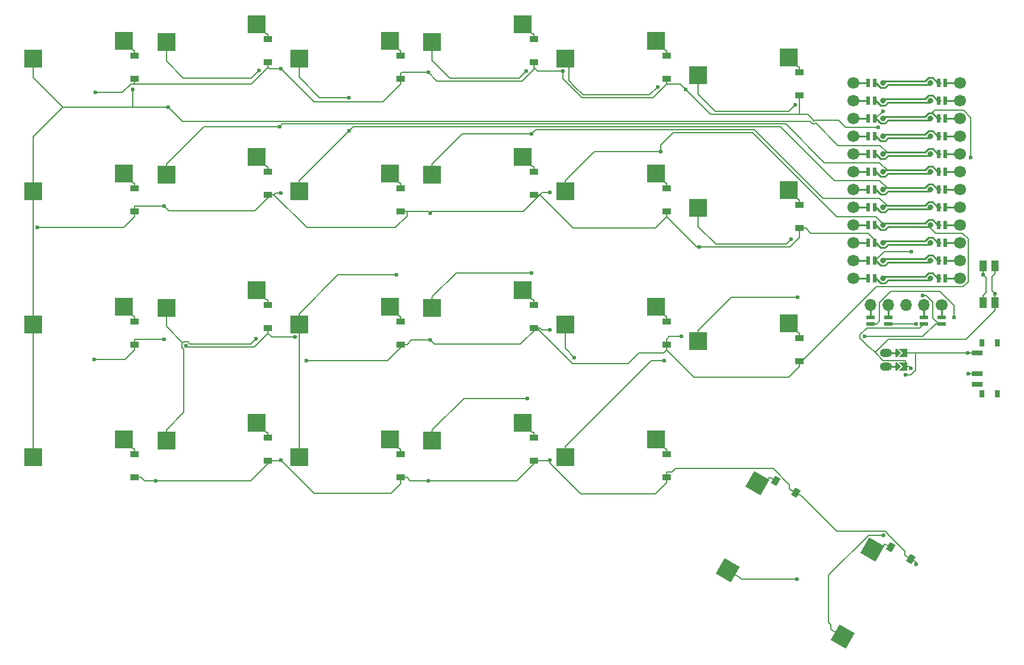
<source format=gbr>
%TF.GenerationSoftware,KiCad,Pcbnew,9.0.2*%
%TF.CreationDate,2025-06-15T23:24:52+08:00*%
%TF.ProjectId,eggada50_wireless_autorouted_manually_routed,65676761-6461-4353-905f-776972656c65,0.2*%
%TF.SameCoordinates,Original*%
%TF.FileFunction,Copper,L2,Bot*%
%TF.FilePolarity,Positive*%
%FSLAX46Y46*%
G04 Gerber Fmt 4.6, Leading zero omitted, Abs format (unit mm)*
G04 Created by KiCad (PCBNEW 9.0.2) date 2025-06-15 23:24:52*
%MOMM*%
%LPD*%
G01*
G04 APERTURE LIST*
G04 Aperture macros list*
%AMRotRect*
0 Rectangle, with rotation*
0 The origin of the aperture is its center*
0 $1 length*
0 $2 width*
0 $3 Rotation angle, in degrees counterclockwise*
0 Add horizontal line*
21,1,$1,$2,0,0,$3*%
%AMFreePoly0*
4,1,6,0.600000,-1.000000,0.000000,-0.400000,-0.600000,-1.000000,-0.600000,0.250000,0.600000,0.250000,0.600000,-1.000000,0.600000,-1.000000,$1*%
%AMFreePoly1*
4,1,6,0.600000,-0.200000,0.600000,-0.400000,-0.600000,-0.400000,-0.600000,-0.200000,0.000000,0.400000,0.600000,-0.200000,0.600000,-0.200000,$1*%
G04 Aperture macros list end*
%TA.AperFunction,SMDPad,CuDef*%
%ADD10R,0.800000X1.000000*%
%TD*%
%TA.AperFunction,SMDPad,CuDef*%
%ADD11R,1.500000X0.700000*%
%TD*%
%TA.AperFunction,ComponentPad*%
%ADD12O,1.700000X1.700000*%
%TD*%
%TA.AperFunction,ComponentPad*%
%ADD13C,1.700000*%
%TD*%
%TA.AperFunction,SMDPad,CuDef*%
%ADD14R,1.200000X0.600000*%
%TD*%
%TA.AperFunction,SMDPad,CuDef*%
%ADD15FreePoly0,270.000000*%
%TD*%
%TA.AperFunction,ComponentPad*%
%ADD16O,1.750000X1.200000*%
%TD*%
%TA.AperFunction,SMDPad,CuDef*%
%ADD17FreePoly1,270.000000*%
%TD*%
%TA.AperFunction,SMDPad,CuDef*%
%ADD18R,1.000000X1.550000*%
%TD*%
%TA.AperFunction,SMDPad,CuDef*%
%ADD19R,0.600000X1.200000*%
%TD*%
%TA.AperFunction,ComponentPad*%
%ADD20C,0.800000*%
%TD*%
%TA.AperFunction,SMDPad,CuDef*%
%ADD21R,2.550000X2.500000*%
%TD*%
%TA.AperFunction,SMDPad,CuDef*%
%ADD22RotRect,0.900000X1.200000X150.000000*%
%TD*%
%TA.AperFunction,SMDPad,CuDef*%
%ADD23R,1.200000X0.900000*%
%TD*%
%TA.AperFunction,SMDPad,CuDef*%
%ADD24RotRect,2.550000X2.500000X60.000000*%
%TD*%
%TA.AperFunction,ViaPad*%
%ADD25C,0.600000*%
%TD*%
%TA.AperFunction,Conductor*%
%ADD26C,0.200000*%
%TD*%
%TA.AperFunction,Conductor*%
%ADD27C,0.250000*%
%TD*%
G04 APERTURE END LIST*
D10*
%TO.P,PWR1,*%
%TO.N,*%
X228415000Y-81100000D03*
X228415000Y-88400000D03*
X230625000Y-81100000D03*
X230625000Y-88400000D03*
D11*
%TO.P,PWR1,1*%
%TO.N,BAT_P*%
X227765000Y-82500000D03*
%TO.P,PWR1,2*%
%TO.N,RAW*%
X227765000Y-85500000D03*
%TO.P,PWR1,3*%
%TO.N,N/C*%
X227765000Y-87000000D03*
%TD*%
D12*
%TO.P,DISP1,1*%
%TO.N,DISP1_1*%
X212567000Y-75700000D03*
%TO.P,DISP1,2*%
%TO.N,DISP1_2*%
X215107000Y-75700000D03*
%TO.P,DISP1,3*%
%TO.N,VCC*%
X217647000Y-75700000D03*
%TO.P,DISP1,4*%
%TO.N,DISP1_4*%
X220187000Y-75700000D03*
D13*
%TO.P,DISP1,5*%
%TO.N,DISP1_5*%
X222727000Y-75700000D03*
D14*
%TO.P,DISP1,20*%
%TO.N,CS*%
X222727000Y-78350000D03*
%TO.P,DISP1,21*%
%TO.N,GND*%
X220187000Y-78350000D03*
%TO.P,DISP1,22*%
%TO.N,SCL*%
X215107000Y-78350000D03*
%TO.P,DISP1,23*%
%TO.N,SDA*%
X212567000Y-78350000D03*
%TO.P,DISP1,24*%
%TO.N,DISP1_5*%
X222727000Y-77450000D03*
%TO.P,DISP1,25*%
%TO.N,DISP1_4*%
X220187000Y-77450000D03*
%TO.P,DISP1,26*%
%TO.N,DISP1_2*%
X215107000Y-77450000D03*
%TO.P,DISP1,27*%
%TO.N,DISP1_1*%
X212567000Y-77450000D03*
%TD*%
D15*
%TO.P,JST1,1*%
%TO.N,BAT_P*%
X217566000Y-82500000D03*
%TO.P,JST1,2*%
%TO.N,GND*%
X217566000Y-84500000D03*
D16*
%TO.P,JST1,11*%
%TO.N,JST1_1*%
X214750000Y-84500000D03*
%TO.P,JST1,12*%
%TO.N,JST1_2*%
X214750000Y-82500000D03*
D17*
%TO.P,JST1,31*%
%TO.N,JST1_1*%
X216550000Y-84500000D03*
%TO.P,JST1,32*%
%TO.N,JST1_2*%
X216550000Y-82500000D03*
%TD*%
D18*
%TO.P,RST1,1*%
%TO.N,GND*%
X230350000Y-70125000D03*
%TO.P,RST1,2*%
%TO.N,RST*%
X228650000Y-70125000D03*
%TO.P,RST1,3*%
%TO.N,GND*%
X230350000Y-75375000D03*
%TO.P,RST1,4*%
%TO.N,RST*%
X228650000Y-75375000D03*
%TD*%
D19*
%TO.P,MCU1,1*%
%TO.N,MCU1_1*%
X223184000Y-43920000D03*
D13*
X225324000Y-43920000D03*
D19*
%TO.P,MCU1,2*%
%TO.N,MCU1_2*%
X223184000Y-46460000D03*
D13*
X225324000Y-46460000D03*
D19*
%TO.P,MCU1,3*%
%TO.N,MCU1_3*%
X223184000Y-49000000D03*
D13*
X225324000Y-49000000D03*
D19*
%TO.P,MCU1,4*%
%TO.N,MCU1_4*%
X223184000Y-51540000D03*
D13*
X225324000Y-51540000D03*
D19*
%TO.P,MCU1,5*%
%TO.N,MCU1_5*%
X223184000Y-54080000D03*
D13*
X225324000Y-54080000D03*
D19*
%TO.P,MCU1,6*%
%TO.N,MCU1_6*%
X223184000Y-56620000D03*
D13*
X225324000Y-56620000D03*
D19*
%TO.P,MCU1,7*%
%TO.N,MCU1_7*%
X223184000Y-59160000D03*
D13*
X225324000Y-59160000D03*
D19*
%TO.P,MCU1,8*%
%TO.N,MCU1_8*%
X223184000Y-61700000D03*
D13*
X225324000Y-61700000D03*
D19*
%TO.P,MCU1,9*%
%TO.N,MCU1_9*%
X223184000Y-64240000D03*
D13*
X225324000Y-64240000D03*
D19*
%TO.P,MCU1,10*%
%TO.N,MCU1_10*%
X223184000Y-66780000D03*
D13*
X225324000Y-66780000D03*
D19*
%TO.P,MCU1,11*%
%TO.N,MCU1_11*%
X223184000Y-69320000D03*
D13*
X225324000Y-69320000D03*
D19*
%TO.P,MCU1,12*%
%TO.N,MCU1_12*%
X223184000Y-71860000D03*
D13*
X225324000Y-71860000D03*
%TO.P,MCU1,13*%
%TO.N,MCU1_13*%
X210084000Y-71860000D03*
D19*
X212224000Y-71860000D03*
D13*
%TO.P,MCU1,14*%
%TO.N,MCU1_14*%
X210084000Y-69320000D03*
D19*
X212224000Y-69320000D03*
D13*
%TO.P,MCU1,15*%
%TO.N,MCU1_15*%
X210084000Y-66780000D03*
D19*
X212224000Y-66780000D03*
D13*
%TO.P,MCU1,16*%
%TO.N,MCU1_16*%
X210084000Y-64240000D03*
D19*
X212224000Y-64240000D03*
D13*
%TO.P,MCU1,17*%
%TO.N,MCU1_17*%
X210084000Y-61700000D03*
D19*
X212224000Y-61700000D03*
D13*
%TO.P,MCU1,18*%
%TO.N,MCU1_18*%
X210084000Y-59160000D03*
D19*
X212224000Y-59160000D03*
D13*
%TO.P,MCU1,19*%
%TO.N,MCU1_19*%
X210084000Y-56620000D03*
D19*
X212224000Y-56620000D03*
D13*
%TO.P,MCU1,20*%
%TO.N,MCU1_20*%
X210084000Y-54080000D03*
D19*
X212224000Y-54080000D03*
D13*
%TO.P,MCU1,21*%
%TO.N,MCU1_21*%
X210084000Y-51540000D03*
D19*
X212224000Y-51540000D03*
D13*
%TO.P,MCU1,22*%
%TO.N,MCU1_22*%
X210084000Y-49000000D03*
D19*
X212224000Y-49000000D03*
D13*
%TO.P,MCU1,23*%
%TO.N,MCU1_23*%
X210084000Y-46460000D03*
D19*
X212224000Y-46460000D03*
D13*
%TO.P,MCU1,24*%
%TO.N,MCU1_24*%
X210084000Y-43920000D03*
D19*
X212224000Y-43920000D03*
%TO.P,MCU1,101*%
%TO.N,LED*%
X213124000Y-43920000D03*
D20*
X221104000Y-43920000D03*
D19*
%TO.P,MCU1,102*%
%TO.N,DAT*%
X213124000Y-46460000D03*
D20*
X221104000Y-46460000D03*
D19*
%TO.P,MCU1,103*%
%TO.N,GND*%
X213124000Y-49000000D03*
D20*
X221104000Y-49000000D03*
D19*
%TO.P,MCU1,104*%
X213124000Y-51540000D03*
D20*
X221104000Y-51540000D03*
D19*
%TO.P,MCU1,105*%
%TO.N,SDA*%
X213124000Y-54080000D03*
D20*
X221104000Y-54080000D03*
D19*
%TO.P,MCU1,106*%
%TO.N,SCL*%
X213124000Y-56620000D03*
D20*
X221104000Y-56620000D03*
D19*
%TO.P,MCU1,107*%
%TO.N,CS*%
X213124000Y-59160000D03*
D20*
X221104000Y-59160000D03*
D19*
%TO.P,MCU1,108*%
%TO.N,R0*%
X213124000Y-61700000D03*
D20*
X221104000Y-61700000D03*
D19*
%TO.P,MCU1,109*%
%TO.N,R1*%
X213124000Y-64240000D03*
D20*
X221104000Y-64240000D03*
D19*
%TO.P,MCU1,110*%
%TO.N,R2*%
X213124000Y-66780000D03*
D20*
X221104000Y-66780000D03*
D19*
%TO.P,MCU1,111*%
%TO.N,R3*%
X213124000Y-69320000D03*
D20*
X221104000Y-69320000D03*
D19*
%TO.P,MCU1,112*%
%TO.N,P9*%
X213124000Y-71860000D03*
D20*
X221104000Y-71860000D03*
%TO.P,MCU1,113*%
%TO.N,P10*%
X214304000Y-71860000D03*
D19*
X222284000Y-71860000D03*
D20*
%TO.P,MCU1,114*%
%TO.N,C6*%
X214304000Y-69320000D03*
D19*
X222284000Y-69320000D03*
D20*
%TO.P,MCU1,115*%
%TO.N,C5*%
X214304000Y-66780000D03*
D19*
X222284000Y-66780000D03*
D20*
%TO.P,MCU1,116*%
%TO.N,C4*%
X214304000Y-64240000D03*
D19*
X222284000Y-64240000D03*
D20*
%TO.P,MCU1,117*%
%TO.N,C3*%
X214304000Y-61700000D03*
D19*
X222284000Y-61700000D03*
D20*
%TO.P,MCU1,118*%
%TO.N,C2*%
X214304000Y-59160000D03*
D19*
X222284000Y-59160000D03*
D20*
%TO.P,MCU1,119*%
%TO.N,C1*%
X214304000Y-56620000D03*
D19*
X222284000Y-56620000D03*
D20*
%TO.P,MCU1,120*%
%TO.N,C0*%
X214304000Y-54080000D03*
D19*
X222284000Y-54080000D03*
D20*
%TO.P,MCU1,121*%
%TO.N,VCC*%
X214304000Y-51540000D03*
D19*
X222284000Y-51540000D03*
D20*
%TO.P,MCU1,122*%
%TO.N,RST*%
X214304000Y-49000000D03*
D19*
X222284000Y-49000000D03*
D20*
%TO.P,MCU1,123*%
%TO.N,GND*%
X214304000Y-46460000D03*
D19*
X222284000Y-46460000D03*
D20*
%TO.P,MCU1,124*%
%TO.N,RAW*%
X214304000Y-43920000D03*
D19*
X222284000Y-43920000D03*
%TD*%
D21*
%TO.P,S10,1*%
%TO.N,C2*%
X130915000Y-78460000D03*
%TO.P,S10,2*%
%TO.N,ring_bottom_B*%
X143842000Y-75920000D03*
%TD*%
%TO.P,S6,1*%
%TO.N,C1*%
X111915000Y-76085000D03*
%TO.P,S6,2*%
%TO.N,pinky_bottom_B*%
X124842000Y-73545000D03*
%TD*%
D22*
%TO.P,D24,1*%
%TO.N,R0*%
X201831442Y-102493900D03*
%TO.P,D24,2*%
%TO.N,tucky_default_B*%
X198973558Y-100843900D03*
%TD*%
D21*
%TO.P,S23,1*%
%TO.N,C5*%
X187915000Y-42835000D03*
%TO.P,S23,2*%
%TO.N,inner_top_B*%
X200842000Y-40295000D03*
%TD*%
%TO.P,S19,1*%
%TO.N,C4*%
X168915000Y-59460000D03*
%TO.P,S19,2*%
%TO.N,index_home_B*%
X181842000Y-56920000D03*
%TD*%
%TO.P,S20,1*%
%TO.N,C4*%
X168915000Y-40460000D03*
%TO.P,S20,2*%
%TO.N,index_top_B*%
X181842000Y-37920000D03*
%TD*%
D23*
%TO.P,D11,1*%
%TO.N,R2*%
X145400000Y-62325000D03*
%TO.P,D11,2*%
%TO.N,ring_home_B*%
X145400000Y-59025000D03*
%TD*%
%TO.P,D22,1*%
%TO.N,R2*%
X202400000Y-64700000D03*
%TO.P,D22,2*%
%TO.N,inner_home_B*%
X202400000Y-61400000D03*
%TD*%
D21*
%TO.P,S13,1*%
%TO.N,C3*%
X149915000Y-95085000D03*
%TO.P,S13,2*%
%TO.N,middle_mod_B*%
X162842000Y-92545000D03*
%TD*%
%TO.P,S11,1*%
%TO.N,C2*%
X130915000Y-59460000D03*
%TO.P,S11,2*%
%TO.N,ring_home_B*%
X143842000Y-56920000D03*
%TD*%
D23*
%TO.P,D17,1*%
%TO.N,R0*%
X183400000Y-100325000D03*
%TO.P,D17,2*%
%TO.N,index_mod_B*%
X183400000Y-97025000D03*
%TD*%
%TO.P,D9,1*%
%TO.N,R0*%
X145400000Y-100325000D03*
%TO.P,D9,2*%
%TO.N,ring_mod_B*%
X145400000Y-97025000D03*
%TD*%
%TO.P,D10,1*%
%TO.N,R1*%
X145400000Y-81325000D03*
%TO.P,D10,2*%
%TO.N,ring_bottom_B*%
X145400000Y-78025000D03*
%TD*%
%TO.P,D13,1*%
%TO.N,R0*%
X164400000Y-97950000D03*
%TO.P,D13,2*%
%TO.N,middle_mod_B*%
X164400000Y-94650000D03*
%TD*%
%TO.P,D16,1*%
%TO.N,R3*%
X164400000Y-40950000D03*
%TO.P,D16,2*%
%TO.N,middle_top_B*%
X164400000Y-37650000D03*
%TD*%
D21*
%TO.P,S4,1*%
%TO.N,C0*%
X92915000Y-40460000D03*
%TO.P,S4,2*%
%TO.N,outer_top_B*%
X105842000Y-37920000D03*
%TD*%
D23*
%TO.P,D5,1*%
%TO.N,R0*%
X126400000Y-97950000D03*
%TO.P,D5,2*%
%TO.N,pinky_mod_B*%
X126400000Y-94650000D03*
%TD*%
%TO.P,D14,1*%
%TO.N,R1*%
X164400000Y-78950000D03*
%TO.P,D14,2*%
%TO.N,middle_bottom_B*%
X164400000Y-75650000D03*
%TD*%
%TO.P,D2,1*%
%TO.N,R1*%
X107400000Y-81325000D03*
%TO.P,D2,2*%
%TO.N,outer_bottom_B*%
X107400000Y-78025000D03*
%TD*%
D21*
%TO.P,S17,1*%
%TO.N,C4*%
X168915000Y-97460000D03*
%TO.P,S17,2*%
%TO.N,index_mod_B*%
X181842000Y-94920000D03*
%TD*%
D23*
%TO.P,D20,1*%
%TO.N,R3*%
X183400000Y-43325000D03*
%TO.P,D20,2*%
%TO.N,index_top_B*%
X183400000Y-40025000D03*
%TD*%
%TO.P,D8,1*%
%TO.N,R3*%
X126400000Y-40950000D03*
%TO.P,D8,2*%
%TO.N,pinky_top_B*%
X126400000Y-37650000D03*
%TD*%
D21*
%TO.P,S16,1*%
%TO.N,C3*%
X149915000Y-38085000D03*
%TO.P,S16,2*%
%TO.N,middle_top_B*%
X162842000Y-35545000D03*
%TD*%
%TO.P,S1,1*%
%TO.N,C0*%
X92915000Y-97460000D03*
%TO.P,S1,2*%
%TO.N,outer_mod_B*%
X105842000Y-94920000D03*
%TD*%
%TO.P,S15,1*%
%TO.N,C3*%
X149915000Y-57085000D03*
%TO.P,S15,2*%
%TO.N,middle_home_B*%
X162842000Y-54545000D03*
%TD*%
D23*
%TO.P,D21,1*%
%TO.N,R1*%
X202400000Y-83700000D03*
%TO.P,D21,2*%
%TO.N,inner_bottom_B*%
X202400000Y-80400000D03*
%TD*%
D24*
%TO.P,S25,1*%
%TO.N,C6*%
X208562295Y-123105790D03*
%TO.P,S25,2*%
%TO.N,reachy_default_B*%
X212826091Y-110640680D03*
%TD*%
D23*
%TO.P,D18,1*%
%TO.N,R1*%
X183400000Y-81325000D03*
%TO.P,D18,2*%
%TO.N,index_bottom_B*%
X183400000Y-78025000D03*
%TD*%
%TO.P,D7,1*%
%TO.N,R2*%
X126400000Y-59950000D03*
%TO.P,D7,2*%
%TO.N,pinky_home_B*%
X126400000Y-56650000D03*
%TD*%
%TO.P,D19,1*%
%TO.N,R2*%
X183400000Y-62325000D03*
%TO.P,D19,2*%
%TO.N,index_home_B*%
X183400000Y-59025000D03*
%TD*%
%TO.P,D12,1*%
%TO.N,R3*%
X145400000Y-43325000D03*
%TO.P,D12,2*%
%TO.N,ring_top_B*%
X145400000Y-40025000D03*
%TD*%
D21*
%TO.P,S18,1*%
%TO.N,C4*%
X168915000Y-78460000D03*
%TO.P,S18,2*%
%TO.N,index_bottom_B*%
X181842000Y-75920000D03*
%TD*%
D24*
%TO.P,S24,1*%
%TO.N,C5*%
X192107795Y-113605790D03*
%TO.P,S24,2*%
%TO.N,tucky_default_B*%
X196371591Y-101140680D03*
%TD*%
D22*
%TO.P,D25,1*%
%TO.N,R0*%
X218285942Y-111993900D03*
%TO.P,D25,2*%
%TO.N,reachy_default_B*%
X215428058Y-110343900D03*
%TD*%
D21*
%TO.P,S8,1*%
%TO.N,C1*%
X111915000Y-38085000D03*
%TO.P,S8,2*%
%TO.N,pinky_top_B*%
X124842000Y-35545000D03*
%TD*%
%TO.P,S22,1*%
%TO.N,C5*%
X187915000Y-61835000D03*
%TO.P,S22,2*%
%TO.N,inner_home_B*%
X200842000Y-59295000D03*
%TD*%
D23*
%TO.P,D3,1*%
%TO.N,R2*%
X107400000Y-62325000D03*
%TO.P,D3,2*%
%TO.N,outer_home_B*%
X107400000Y-59025000D03*
%TD*%
D21*
%TO.P,S21,1*%
%TO.N,C5*%
X187915000Y-80835000D03*
%TO.P,S21,2*%
%TO.N,inner_bottom_B*%
X200842000Y-78295000D03*
%TD*%
D23*
%TO.P,D6,1*%
%TO.N,R1*%
X126400000Y-78950000D03*
%TO.P,D6,2*%
%TO.N,pinky_bottom_B*%
X126400000Y-75650000D03*
%TD*%
%TO.P,D23,1*%
%TO.N,R3*%
X202400000Y-45700000D03*
%TO.P,D23,2*%
%TO.N,inner_top_B*%
X202400000Y-42400000D03*
%TD*%
D21*
%TO.P,S12,1*%
%TO.N,C2*%
X130915000Y-40460000D03*
%TO.P,S12,2*%
%TO.N,ring_top_B*%
X143842000Y-37920000D03*
%TD*%
%TO.P,S5,1*%
%TO.N,C1*%
X111915000Y-95085000D03*
%TO.P,S5,2*%
%TO.N,pinky_mod_B*%
X124842000Y-92545000D03*
%TD*%
%TO.P,S14,1*%
%TO.N,C3*%
X149915000Y-76085000D03*
%TO.P,S14,2*%
%TO.N,middle_bottom_B*%
X162842000Y-73545000D03*
%TD*%
%TO.P,S2,1*%
%TO.N,C0*%
X92915000Y-78460000D03*
%TO.P,S2,2*%
%TO.N,outer_bottom_B*%
X105842000Y-75920000D03*
%TD*%
%TO.P,S9,1*%
%TO.N,C2*%
X130915000Y-97460000D03*
%TO.P,S9,2*%
%TO.N,ring_mod_B*%
X143842000Y-94920000D03*
%TD*%
%TO.P,S3,1*%
%TO.N,C0*%
X92915000Y-59460000D03*
%TO.P,S3,2*%
%TO.N,outer_home_B*%
X105842000Y-56920000D03*
%TD*%
D23*
%TO.P,D4,1*%
%TO.N,R3*%
X107400000Y-43325000D03*
%TO.P,D4,2*%
%TO.N,outer_top_B*%
X107400000Y-40025000D03*
%TD*%
D21*
%TO.P,S7,1*%
%TO.N,C1*%
X111915000Y-57085000D03*
%TO.P,S7,2*%
%TO.N,pinky_home_B*%
X124842000Y-54545000D03*
%TD*%
D23*
%TO.P,D15,1*%
%TO.N,R2*%
X164400000Y-59950000D03*
%TO.P,D15,2*%
%TO.N,middle_home_B*%
X164400000Y-56650000D03*
%TD*%
%TO.P,D1,1*%
%TO.N,R0*%
X107400000Y-100325000D03*
%TO.P,D1,2*%
%TO.N,outer_mod_B*%
X107400000Y-97025000D03*
%TD*%
D25*
%TO.N,C4*%
X170220000Y-83190000D03*
%TO.N,C0*%
X112218500Y-47380900D03*
X107085000Y-44829600D03*
%TO.N,GND*%
X218319700Y-84702000D03*
X214304000Y-47955000D03*
X230350000Y-74068600D03*
%TO.N,C1*%
X128091500Y-50163900D03*
X125123600Y-42187600D03*
X124757200Y-80479500D03*
%TO.N,C2*%
X138009300Y-46008300D03*
X138009300Y-50814000D03*
X144778800Y-71372700D03*
%TO.N,C3*%
X164085000Y-71098000D03*
X164085000Y-51234300D03*
X163358000Y-42200000D03*
X163542600Y-89033700D03*
%TO.N,C4*%
X183085000Y-83630100D03*
X182535000Y-53711700D03*
X182150800Y-44480900D03*
%TO.N,C5*%
X202027100Y-114880600D03*
X201769000Y-47082800D03*
X202085000Y-74555600D03*
X201202300Y-66312300D03*
%TO.N,C6*%
X214406200Y-108650800D03*
%TO.N,R0*%
X219084100Y-112751000D03*
X110429300Y-100807700D03*
X149327900Y-100807700D03*
X128320000Y-97864200D03*
X166712500Y-97864200D03*
%TO.N,R1*%
X185500000Y-80203200D03*
X101644300Y-83454000D03*
X130346800Y-80292500D03*
X114710200Y-81504500D03*
X111600000Y-80573300D03*
X149600000Y-80692500D03*
X166712500Y-79220700D03*
X131942900Y-83627300D03*
%TO.N,R2*%
X111600000Y-61573300D03*
X188064900Y-67360000D03*
X93493600Y-64621800D03*
X128320000Y-59702700D03*
X166712500Y-59598700D03*
X149600000Y-62542200D03*
%TO.N,R3*%
X186138800Y-44881200D03*
X213657700Y-50270000D03*
X128320000Y-41937700D03*
X168600000Y-42272200D03*
X149327900Y-42404700D03*
X218338900Y-68055000D03*
X101777700Y-45321300D03*
%TO.N,RAW*%
X226501700Y-85500000D03*
%TO.N,RST*%
X228650000Y-71401800D03*
X226877200Y-54637600D03*
%TO.N,SDA*%
X224509300Y-77423000D03*
%TO.N,SCL*%
X219030700Y-78350000D03*
%TO.N,CS*%
X211665300Y-80201100D03*
X219952500Y-74329700D03*
%TO.N,BAT_P*%
X226425800Y-82500000D03*
X217566000Y-85634000D03*
%TD*%
D26*
%TO.N,C4*%
X168915000Y-81885000D02*
X170220000Y-83190000D01*
X168915000Y-78460000D02*
X168915000Y-81885000D01*
%TO.N,R2*%
X149817200Y-62325000D02*
X149600000Y-62542200D01*
X162926700Y-62325000D02*
X149817200Y-62325000D01*
X149382800Y-62325000D02*
X149600000Y-62542200D01*
X146301700Y-62325000D02*
X149382800Y-62325000D01*
%TO.N,R0*%
X128234200Y-97950000D02*
X128320000Y-97864200D01*
X126400000Y-97950000D02*
X128234200Y-97950000D01*
X145400000Y-101226700D02*
X145400000Y-100325000D01*
X144017900Y-102608800D02*
X145400000Y-101226700D01*
X164400000Y-98400900D02*
X161993200Y-100807700D01*
X164400000Y-97950000D02*
X164400000Y-98400900D01*
X164400000Y-97950000D02*
X166626700Y-97950000D01*
X166626700Y-97950000D02*
X166712500Y-97864200D01*
%TO.N,C0*%
X203909000Y-49457600D02*
X204261800Y-49810400D01*
X92915000Y-78460000D02*
X92915000Y-97460000D01*
D27*
X214875800Y-53860000D02*
X214524000Y-53860000D01*
D26*
X114246300Y-49408700D02*
X200957100Y-49408700D01*
X200957100Y-49408700D02*
X200958600Y-49410200D01*
X214524000Y-53860000D02*
X214304000Y-54080000D01*
X112218500Y-47380900D02*
X107085000Y-47380900D01*
X97159500Y-47380900D02*
X92915000Y-43136400D01*
X213884300Y-52868500D02*
X214875800Y-53860000D01*
X204712200Y-49692700D02*
X207887900Y-52868500D01*
X112218500Y-47380900D02*
X114246300Y-49408700D01*
X203909000Y-49410200D02*
X203909000Y-49457600D01*
X92891900Y-61034800D02*
X92891900Y-76885200D01*
X92915000Y-51625400D02*
X92915000Y-59460000D01*
X107085000Y-47380900D02*
X107085000Y-44829600D01*
D27*
X222129000Y-54080000D02*
X221404000Y-53355000D01*
D26*
X92915000Y-43136400D02*
X92915000Y-40460000D01*
X92915000Y-59460000D02*
X92915000Y-61011700D01*
D27*
X221404000Y-53355000D02*
X220804000Y-53355000D01*
D26*
X204594500Y-49810400D02*
X204712200Y-49692700D01*
X207887900Y-52868500D02*
X213884300Y-52868500D01*
X200958600Y-49410200D02*
X203909000Y-49410200D01*
X92891900Y-76885200D02*
X92915000Y-76908300D01*
D27*
X222479000Y-54080000D02*
X222284000Y-54080000D01*
D26*
X97159500Y-47380900D02*
X92915000Y-51625400D01*
X92915000Y-78460000D02*
X92915000Y-76908300D01*
X204261800Y-49810400D02*
X204594500Y-49810400D01*
D27*
X220804000Y-53355000D02*
X220299000Y-53860000D01*
X220299000Y-53860000D02*
X214875800Y-53860000D01*
D26*
X107085000Y-47380900D02*
X97159500Y-47380900D01*
D27*
X222284000Y-54080000D02*
X222129000Y-54080000D01*
D26*
X92915000Y-61011700D02*
X92891900Y-61034800D01*
%TO.N,outer_mod_B*%
X107400000Y-96273300D02*
X107195300Y-96273300D01*
X107195300Y-96273300D02*
X105842000Y-94920000D01*
X107400000Y-97025000D02*
X107400000Y-96273300D01*
D27*
%TO.N,GND*%
X220299000Y-46240000D02*
X214524000Y-46240000D01*
D26*
X212450800Y-81762500D02*
X212343400Y-81762500D01*
X213240300Y-49000000D02*
X214285300Y-47955000D01*
X219575000Y-78962000D02*
X220187000Y-78350000D01*
D27*
X213279000Y-49000000D02*
X214004000Y-49725000D01*
D26*
X214286600Y-83598300D02*
X213175100Y-82486700D01*
X226198300Y-80603400D02*
X215058400Y-80603400D01*
X211034100Y-79953000D02*
X212025100Y-78962000D01*
X220874000Y-49230000D02*
X221104000Y-49000000D01*
X229894400Y-71657300D02*
X230350000Y-71201700D01*
X212025100Y-78962000D02*
X219575000Y-78962000D01*
D27*
X213124000Y-49000000D02*
X213240300Y-49000000D01*
D26*
X214524000Y-46240000D02*
X214304000Y-46460000D01*
D27*
X222284000Y-46460000D02*
X222129000Y-46460000D01*
X212929000Y-49000000D02*
X213124000Y-49000000D01*
X220804000Y-45735000D02*
X220299000Y-46240000D01*
X214004000Y-49725000D02*
X214604000Y-49725000D01*
X222479000Y-46460000D02*
X222284000Y-46460000D01*
X213240300Y-49000000D02*
X213279000Y-49000000D01*
D26*
X218117700Y-84500000D02*
X218319700Y-84702000D01*
D27*
X213279000Y-51540000D02*
X214004000Y-52265000D01*
D26*
X217566000Y-84500000D02*
X218117700Y-84500000D01*
D27*
X212929000Y-51540000D02*
X213124000Y-51540000D01*
D26*
X230350000Y-74068600D02*
X229894400Y-73613000D01*
D27*
X214004000Y-52265000D02*
X214604000Y-52265000D01*
D26*
X213175100Y-82486700D02*
X212450800Y-81762500D01*
D27*
X215099000Y-51770000D02*
X220874000Y-51770000D01*
D26*
X229894400Y-73613000D02*
X229894400Y-71657300D01*
X211034100Y-80453200D02*
X211034100Y-79953000D01*
X214285300Y-47955000D02*
X214304000Y-47955000D01*
D27*
X221404000Y-45735000D02*
X220804000Y-45735000D01*
X214604000Y-49725000D02*
X215099000Y-49230000D01*
D26*
X220874000Y-51770000D02*
X221104000Y-51540000D01*
X230350000Y-76451700D02*
X226198300Y-80603400D01*
D27*
X222129000Y-46460000D02*
X221404000Y-45735000D01*
X214604000Y-52265000D02*
X215099000Y-51770000D01*
D26*
X217566000Y-84500000D02*
X217566000Y-83598300D01*
X215058400Y-80603400D02*
X213175100Y-82486700D01*
X230350000Y-70125000D02*
X230350000Y-71201700D01*
X217566000Y-83598300D02*
X214286600Y-83598300D01*
X230350000Y-74068600D02*
X230350000Y-75375000D01*
X212343400Y-81762500D02*
X211034100Y-80453200D01*
X230350000Y-75375000D02*
X230350000Y-76451700D01*
D27*
X213124000Y-51540000D02*
X213279000Y-51540000D01*
X215099000Y-49230000D02*
X220874000Y-49230000D01*
D26*
%TO.N,outer_bottom_B*%
X107195300Y-77273300D02*
X105842000Y-75920000D01*
X107400000Y-77273300D02*
X107195300Y-77273300D01*
X107400000Y-78025000D02*
X107400000Y-77273300D01*
%TO.N,outer_home_B*%
X107400000Y-59025000D02*
X107400000Y-58273300D01*
X107400000Y-58273300D02*
X107195300Y-58273300D01*
X107195300Y-58273300D02*
X105842000Y-56920000D01*
%TO.N,outer_top_B*%
X107195300Y-39273300D02*
X105842000Y-37920000D01*
X107400000Y-39273300D02*
X107195300Y-39273300D01*
X107400000Y-40025000D02*
X107400000Y-39273300D01*
%TO.N,C1*%
X115289200Y-81232600D02*
X114959400Y-80902800D01*
X114959400Y-80902800D02*
X114461100Y-80902800D01*
X114461100Y-80902800D02*
X114266300Y-81097600D01*
X111915000Y-55533300D02*
X117284400Y-50163900D01*
X111915000Y-40824200D02*
X114328300Y-43237500D01*
X111915000Y-78746400D02*
X114266300Y-81097600D01*
X114266300Y-81097600D02*
X114108500Y-81255400D01*
D27*
X222479000Y-56620000D02*
X222284000Y-56620000D01*
X220804000Y-55895000D02*
X220299000Y-56400000D01*
X222284000Y-56620000D02*
X222129000Y-56620000D01*
D26*
X128091500Y-50163900D02*
X128445000Y-49810400D01*
X114108500Y-81753600D02*
X114402700Y-82047800D01*
X213825800Y-55350000D02*
X214875800Y-56400000D01*
X111915000Y-38085000D02*
X111915000Y-40824200D01*
X205967300Y-55350000D02*
X213825800Y-55350000D01*
X114402700Y-91045600D02*
X111915000Y-93533300D01*
D27*
X221404000Y-55895000D02*
X220804000Y-55895000D01*
X222129000Y-56620000D02*
X221404000Y-55895000D01*
D26*
X124073700Y-43237500D02*
X125123600Y-42187600D01*
X111915000Y-95085000D02*
X111915000Y-93533300D01*
X111915000Y-76085000D02*
X111915000Y-78746400D01*
X128445000Y-49810400D02*
X200427700Y-49810400D01*
X114328300Y-43237500D02*
X124073700Y-43237500D01*
X124004100Y-81232600D02*
X115289200Y-81232600D01*
X114402700Y-82047800D02*
X114402700Y-91045600D01*
X114108500Y-81255400D02*
X114108500Y-81753600D01*
X214524000Y-56400000D02*
X214304000Y-56620000D01*
D27*
X214875800Y-56400000D02*
X214524000Y-56400000D01*
D26*
X117284400Y-50163900D02*
X128091500Y-50163900D01*
X200427700Y-49810400D02*
X205967300Y-55350000D01*
X111915000Y-57085000D02*
X111915000Y-55533300D01*
D27*
X220299000Y-56400000D02*
X214875800Y-56400000D01*
D26*
X124757200Y-80479500D02*
X124004100Y-81232600D01*
%TO.N,pinky_mod_B*%
X126400000Y-94650000D02*
X126400000Y-93898300D01*
X126400000Y-93898300D02*
X126195300Y-93898300D01*
X126195300Y-93898300D02*
X124842000Y-92545000D01*
%TO.N,pinky_bottom_B*%
X126195300Y-74898300D02*
X124842000Y-73545000D01*
X126400000Y-74898300D02*
X126195300Y-74898300D01*
X126400000Y-75650000D02*
X126400000Y-74898300D01*
%TO.N,pinky_home_B*%
X126400000Y-56650000D02*
X126400000Y-55898300D01*
X126400000Y-55898300D02*
X126195300Y-55898300D01*
X126195300Y-55898300D02*
X124842000Y-54545000D01*
%TO.N,pinky_top_B*%
X126400000Y-37650000D02*
X126400000Y-36898300D01*
X126195300Y-36898300D02*
X124842000Y-35545000D01*
X126400000Y-36898300D02*
X126195300Y-36898300D01*
%TO.N,C2*%
X130915000Y-59460000D02*
X130915000Y-57908300D01*
D27*
X222284000Y-59160000D02*
X222129000Y-59160000D01*
D26*
X214524000Y-58940000D02*
X214304000Y-59160000D01*
X133804600Y-46008300D02*
X130915000Y-43118700D01*
X130915000Y-43118700D02*
X130915000Y-40460000D01*
D27*
X221404000Y-58435000D02*
X220804000Y-58435000D01*
D26*
X138611200Y-50212100D02*
X199693400Y-50212100D01*
D27*
X214875800Y-58940000D02*
X214524000Y-58940000D01*
D26*
X138009300Y-46008300D02*
X133804600Y-46008300D01*
D27*
X222479000Y-59160000D02*
X222284000Y-59160000D01*
D26*
X213825800Y-57890000D02*
X214875800Y-58940000D01*
X130915000Y-77684100D02*
X130915000Y-78460000D01*
X138009300Y-50814000D02*
X138611200Y-50212100D01*
D27*
X220299000Y-58940000D02*
X214875800Y-58940000D01*
D26*
X130915000Y-95908300D02*
X130948500Y-95874800D01*
X138009300Y-50814000D02*
X130915000Y-57908300D01*
X207371300Y-57890000D02*
X213825800Y-57890000D01*
X199693400Y-50212100D02*
X207371300Y-57890000D01*
X136450600Y-71372700D02*
X144778800Y-71372700D01*
X130915000Y-77684100D02*
X130915000Y-76908300D01*
X130948500Y-78493500D02*
X130915000Y-78460000D01*
D27*
X222129000Y-59160000D02*
X221404000Y-58435000D01*
D26*
X130915000Y-97460000D02*
X130915000Y-95908300D01*
X130915000Y-76908300D02*
X136450600Y-71372700D01*
D27*
X220804000Y-58435000D02*
X220299000Y-58940000D01*
D26*
X130948500Y-95874800D02*
X130948500Y-78493500D01*
%TO.N,ring_mod_B*%
X145195300Y-96273300D02*
X143842000Y-94920000D01*
X145400000Y-96273300D02*
X145195300Y-96273300D01*
X145400000Y-97025000D02*
X145400000Y-96273300D01*
%TO.N,ring_bottom_B*%
X145400000Y-77273300D02*
X145195300Y-77273300D01*
X145195300Y-77273300D02*
X143842000Y-75920000D01*
X145400000Y-78025000D02*
X145400000Y-77273300D01*
%TO.N,ring_home_B*%
X145400000Y-59025000D02*
X145400000Y-58273300D01*
X145400000Y-58273300D02*
X145195300Y-58273300D01*
X145195300Y-58273300D02*
X143842000Y-56920000D01*
%TO.N,ring_top_B*%
X145400000Y-39273300D02*
X145195300Y-39273300D01*
X145195300Y-39273300D02*
X143842000Y-37920000D01*
X145400000Y-40025000D02*
X145400000Y-39273300D01*
D27*
%TO.N,C3*%
X222284000Y-61700000D02*
X222129000Y-61700000D01*
D26*
X149915000Y-40753300D02*
X152429700Y-43268000D01*
X154214000Y-51234300D02*
X164085000Y-51234300D01*
X149915000Y-76085000D02*
X149915000Y-74533300D01*
X149915000Y-95085000D02*
X149915000Y-93533300D01*
D27*
X220299000Y-61480000D02*
X214875800Y-61480000D01*
D26*
X152429700Y-43268000D02*
X162290000Y-43268000D01*
D27*
X221404000Y-60975000D02*
X220804000Y-60975000D01*
D26*
X164085000Y-51234300D02*
X164705500Y-50613800D01*
X149915000Y-57085000D02*
X149915000Y-55533300D01*
X205770100Y-60430000D02*
X213825800Y-60430000D01*
D27*
X222479000Y-61700000D02*
X222284000Y-61700000D01*
D26*
X153350300Y-71098000D02*
X149915000Y-74533300D01*
D27*
X220804000Y-60975000D02*
X220299000Y-61480000D01*
D26*
X149915000Y-93533300D02*
X154414600Y-89033700D01*
X214524000Y-61480000D02*
X214304000Y-61700000D01*
X213825800Y-60430000D02*
X214875800Y-61480000D01*
D27*
X222129000Y-61700000D02*
X221404000Y-60975000D01*
D26*
X149915000Y-55533300D02*
X154214000Y-51234300D01*
X195953900Y-50613800D02*
X205770100Y-60430000D01*
X164705500Y-50613800D02*
X195953900Y-50613800D01*
X149915000Y-38085000D02*
X149915000Y-40753300D01*
X162290000Y-43268000D02*
X163358000Y-42200000D01*
X154414600Y-89033700D02*
X163542600Y-89033700D01*
X164085000Y-71098000D02*
X153350300Y-71098000D01*
D27*
X214875800Y-61480000D02*
X214524000Y-61480000D01*
D26*
%TO.N,middle_mod_B*%
X164400000Y-93898300D02*
X164195300Y-93898300D01*
X164400000Y-94650000D02*
X164400000Y-93898300D01*
X164195300Y-93898300D02*
X162842000Y-92545000D01*
%TO.N,middle_bottom_B*%
X164400000Y-75650000D02*
X164400000Y-74898300D01*
X164400000Y-74898300D02*
X164195300Y-74898300D01*
X164195300Y-74898300D02*
X162842000Y-73545000D01*
%TO.N,middle_home_B*%
X164195300Y-55898300D02*
X162842000Y-54545000D01*
X164400000Y-56650000D02*
X164400000Y-55898300D01*
X164400000Y-55898300D02*
X164195300Y-55898300D01*
%TO.N,middle_top_B*%
X164195300Y-36898300D02*
X162842000Y-35545000D01*
X164400000Y-36898300D02*
X164195300Y-36898300D01*
X164400000Y-37650000D02*
X164400000Y-36898300D01*
D27*
%TO.N,C4*%
X220299000Y-64020000D02*
X214524000Y-64020000D01*
X221404000Y-63515000D02*
X220804000Y-63515000D01*
D26*
X169418300Y-43622000D02*
X170298000Y-44501700D01*
D27*
X222129000Y-64240000D02*
X221404000Y-63515000D01*
D26*
X195686900Y-51015500D02*
X207718000Y-63046600D01*
X183085000Y-83630200D02*
X183085000Y-83630100D01*
X214304000Y-64090200D02*
X214304000Y-64240000D01*
X180991500Y-45640200D02*
X182150800Y-44480900D01*
X214524000Y-64020000D02*
X214304000Y-64240000D01*
X181193100Y-83630200D02*
X183085000Y-83630200D01*
X182535000Y-52848200D02*
X184367700Y-51015500D01*
X182535000Y-53711700D02*
X182535000Y-52848200D01*
X171436600Y-45640200D02*
X180991500Y-45640200D01*
X168915000Y-97460000D02*
X168915000Y-95908300D01*
D27*
X222284000Y-64240000D02*
X222129000Y-64240000D01*
D26*
X213260400Y-63046600D02*
X214304000Y-64090200D01*
X168915000Y-57908300D02*
X173111600Y-53711700D01*
X168915000Y-95908300D02*
X181193100Y-83630200D01*
X168915000Y-40460000D02*
X169418300Y-40963300D01*
X169418300Y-40963300D02*
X169418300Y-43622000D01*
X170298000Y-44501700D02*
X170298100Y-44501700D01*
D27*
X222479000Y-64240000D02*
X222284000Y-64240000D01*
X220804000Y-63515000D02*
X220299000Y-64020000D01*
D26*
X170298100Y-44501700D02*
X171436600Y-45640200D01*
X207718000Y-63046600D02*
X213260400Y-63046600D01*
X184367700Y-51015500D02*
X195686900Y-51015500D01*
X168915000Y-59460000D02*
X168915000Y-57908300D01*
X173111600Y-53711700D02*
X182535000Y-53711700D01*
%TO.N,index_mod_B*%
X183400000Y-96273300D02*
X183195300Y-96273300D01*
X183400000Y-97025000D02*
X183400000Y-96273300D01*
X183195300Y-96273300D02*
X181842000Y-94920000D01*
%TO.N,index_bottom_B*%
X183400000Y-77273300D02*
X183195300Y-77273300D01*
X183195300Y-77273300D02*
X181842000Y-75920000D01*
X183400000Y-78025000D02*
X183400000Y-77273300D01*
%TO.N,index_home_B*%
X183400000Y-58273300D02*
X183195300Y-58273300D01*
X183195300Y-58273300D02*
X181842000Y-56920000D01*
X183400000Y-59025000D02*
X183400000Y-58273300D01*
%TO.N,index_top_B*%
X183195300Y-39273300D02*
X181842000Y-37920000D01*
X183400000Y-39273300D02*
X183195300Y-39273300D01*
X183400000Y-40025000D02*
X183400000Y-39273300D01*
D27*
%TO.N,C5*%
X221404000Y-66055000D02*
X220804000Y-66055000D01*
D26*
X200530400Y-66984200D02*
X201202300Y-66312300D01*
X193817500Y-114593000D02*
X194105100Y-114880600D01*
D27*
X222479000Y-66780000D02*
X222284000Y-66780000D01*
X220804000Y-66055000D02*
X220299000Y-66560000D01*
D26*
X187915000Y-42835000D02*
X187915000Y-45529800D01*
X187915000Y-64493700D02*
X190405500Y-66984200D01*
X200852900Y-47998900D02*
X201769000Y-47082800D01*
X187915000Y-45529800D02*
X190384100Y-47998900D01*
D27*
X222129000Y-66780000D02*
X221404000Y-66055000D01*
D26*
X187915000Y-80835000D02*
X187915000Y-79283300D01*
X187915000Y-61835000D02*
X187915000Y-64493700D01*
X192107800Y-113605800D02*
X193817500Y-114593000D01*
X194105100Y-114880600D02*
X202027100Y-114880600D01*
X192642700Y-74555600D02*
X187915000Y-79283300D01*
D27*
X222284000Y-66780000D02*
X222129000Y-66780000D01*
D26*
X190405500Y-66984200D02*
X200530400Y-66984200D01*
D27*
X220299000Y-66560000D02*
X214524000Y-66560000D01*
D26*
X214524000Y-66560000D02*
X214304000Y-66780000D01*
X190384100Y-47998900D02*
X200852900Y-47998900D01*
X202085000Y-74555600D02*
X192642700Y-74555600D01*
%TO.N,inner_bottom_B*%
X202400000Y-80400000D02*
X202400000Y-79648300D01*
X202400000Y-79648300D02*
X202195300Y-79648300D01*
X202195300Y-79648300D02*
X200842000Y-78295000D01*
%TO.N,inner_home_B*%
X202195300Y-60648300D02*
X200842000Y-59295000D01*
X202400000Y-61400000D02*
X202400000Y-60648300D01*
X202400000Y-60648300D02*
X202195300Y-60648300D01*
%TO.N,inner_top_B*%
X202195300Y-41648300D02*
X200842000Y-40295000D01*
X202400000Y-42400000D02*
X202400000Y-41648300D01*
X202400000Y-41648300D02*
X202195300Y-41648300D01*
%TO.N,tucky_default_B*%
X196668400Y-100843900D02*
X196371600Y-101140700D01*
X198113300Y-100347200D02*
X197616600Y-100843900D01*
X197616600Y-100843900D02*
X196668400Y-100843900D01*
X198973600Y-100843900D02*
X198113300Y-100347200D01*
D27*
%TO.N,C6*%
X221404000Y-68595000D02*
X220804000Y-68595000D01*
X220804000Y-68595000D02*
X220299000Y-69100000D01*
D26*
X206852600Y-122118600D02*
X206852600Y-121396100D01*
D27*
X220299000Y-69100000D02*
X214524000Y-69100000D01*
X222479000Y-69320000D02*
X222284000Y-69320000D01*
D26*
X206852600Y-121396100D02*
X206528800Y-121072300D01*
D27*
X222284000Y-69320000D02*
X222129000Y-69320000D01*
D26*
X214341500Y-108586100D02*
X214406200Y-108650800D01*
X212256200Y-108586100D02*
X214341500Y-108586100D01*
X214524000Y-69100000D02*
X214304000Y-69320000D01*
D27*
X222129000Y-69320000D02*
X221404000Y-68595000D01*
D26*
X206528800Y-114313500D02*
X212256200Y-108586100D01*
X208562300Y-123105800D02*
X206852600Y-122118600D01*
X206528800Y-121072300D02*
X206528800Y-114313500D01*
%TO.N,reachy_default_B*%
X213122900Y-110343900D02*
X212826100Y-110640700D01*
X214071100Y-110343900D02*
X213122900Y-110343900D01*
X215428100Y-110343900D02*
X214567800Y-109847200D01*
X214567800Y-109847200D02*
X214071100Y-110343900D01*
%TO.N,R0*%
X183400000Y-99949100D02*
X183400000Y-99573300D01*
X184151700Y-99573300D02*
X183400000Y-99573300D01*
X214606600Y-108049100D02*
X214589100Y-108031600D01*
X110429300Y-100807700D02*
X108784400Y-100807700D01*
D27*
X214004000Y-62425000D02*
X214604000Y-62425000D01*
D26*
X161993200Y-100807700D02*
X149327900Y-100807700D01*
X201831400Y-102493900D02*
X202691700Y-102990600D01*
D27*
X215099000Y-61930000D02*
X220874000Y-61930000D01*
D26*
X107400000Y-100325000D02*
X108301700Y-100325000D01*
X133064600Y-102608800D02*
X128320000Y-97864200D01*
X217425700Y-111497200D02*
X217425700Y-110868200D01*
D27*
X214604000Y-62425000D02*
X215099000Y-61930000D01*
D26*
X166712500Y-98265600D02*
X166712500Y-97864200D01*
X145400000Y-100325000D02*
X146301700Y-100325000D01*
X219085200Y-112749900D02*
X219084100Y-112751000D01*
X171102300Y-102655400D02*
X166712500Y-98265600D01*
X144017900Y-102608800D02*
X133064600Y-102608800D01*
X146784400Y-100807700D02*
X146301700Y-100325000D01*
X219085200Y-112551600D02*
X219085200Y-112749900D01*
X200971200Y-101997200D02*
X200971200Y-101405900D01*
X108784400Y-100807700D02*
X108301700Y-100325000D01*
X183400000Y-100325000D02*
X183400000Y-101076700D01*
X218285900Y-111993900D02*
X219146200Y-112490600D01*
X218285900Y-111993900D02*
X217425700Y-111497200D01*
X215007900Y-108401600D02*
X214655400Y-108049100D01*
X201831400Y-102493900D02*
X200971200Y-101997200D01*
X123993200Y-100807700D02*
X110429300Y-100807700D01*
X149327900Y-100807700D02*
X146784400Y-100807700D01*
X198623700Y-99058400D02*
X184666600Y-99058400D01*
X183400000Y-101076700D02*
X181821300Y-102655400D01*
X219146200Y-112490600D02*
X219085200Y-112551600D01*
X183400000Y-99949100D02*
X183400000Y-100325000D01*
X181821300Y-102655400D02*
X171102300Y-102655400D01*
D27*
X213279000Y-61700000D02*
X214004000Y-62425000D01*
D26*
X207732700Y-108031600D02*
X202691700Y-102990600D01*
X126850900Y-97950000D02*
X123993200Y-100807700D01*
X184666600Y-99058400D02*
X184151700Y-99573300D01*
X215007900Y-108450400D02*
X215007900Y-108401600D01*
D27*
X213124000Y-61700000D02*
X213279000Y-61700000D01*
D26*
X200971200Y-101405900D02*
X198623700Y-99058400D01*
D27*
X212929000Y-61700000D02*
X213124000Y-61700000D01*
D26*
X214589100Y-108031600D02*
X207732700Y-108031600D01*
X214655400Y-108049100D02*
X214606600Y-108049100D01*
X217425700Y-110868200D02*
X215007900Y-108450400D01*
X220874000Y-61930000D02*
X221104000Y-61700000D01*
%TO.N,R1*%
X107400000Y-82076700D02*
X106022700Y-83454000D01*
X182975000Y-82501700D02*
X183400000Y-82076700D01*
X225725200Y-73091000D02*
X226475700Y-72340500D01*
X183770100Y-80203200D02*
X183400000Y-80573300D01*
X106022700Y-83454000D02*
X101644300Y-83454000D01*
X145850900Y-81325000D02*
X146301700Y-81325000D01*
X124438800Y-81662900D02*
X126400000Y-79701700D01*
X202400000Y-84075800D02*
X202400000Y-84451700D01*
X165572400Y-79220700D02*
X165301700Y-78950000D01*
X179431700Y-82501800D02*
X179431700Y-82501700D01*
X130346800Y-80292500D02*
X126990800Y-80292500D01*
X226475700Y-72340500D02*
X226475700Y-66228800D01*
X107400000Y-81325000D02*
X107400000Y-82076700D01*
X200865900Y-85985800D02*
X187309100Y-85985800D01*
X162509900Y-81291000D02*
X150198500Y-81291000D01*
X221837400Y-65433400D02*
X220874000Y-64470000D01*
X202400000Y-84451700D02*
X200865900Y-85985800D01*
X146301700Y-81325000D02*
X146934200Y-80692500D01*
X143548600Y-83627300D02*
X131942900Y-83627300D01*
X202400000Y-84075800D02*
X213384800Y-73091000D01*
X179431700Y-82501700D02*
X182975000Y-82501700D01*
X145850900Y-81325000D02*
X143548600Y-83627300D01*
X220874000Y-64470000D02*
X221104000Y-64240000D01*
X107400000Y-80573300D02*
X111600000Y-80573300D01*
X166712500Y-79220700D02*
X165572400Y-79220700D01*
X183400000Y-81325000D02*
X183400000Y-82076700D01*
X164850900Y-78950000D02*
X165301700Y-78950000D01*
X213384800Y-73091000D02*
X225725200Y-73091000D01*
X146934200Y-80692500D02*
X149600000Y-80692500D01*
X114868600Y-81662900D02*
X124438800Y-81662900D01*
D27*
X215099000Y-64470000D02*
X220874000Y-64470000D01*
X214004000Y-64965000D02*
X214604000Y-64965000D01*
D26*
X145400000Y-81325000D02*
X145850900Y-81325000D01*
D27*
X213279000Y-64240000D02*
X214004000Y-64965000D01*
D26*
X114710200Y-81504500D02*
X114868600Y-81662900D01*
D27*
X213124000Y-64240000D02*
X213279000Y-64240000D01*
D26*
X177901700Y-84031800D02*
X179431700Y-82501800D01*
X202400000Y-83700000D02*
X202400000Y-84075800D01*
X226475700Y-66228800D02*
X225680300Y-65433400D01*
X150198500Y-81291000D02*
X149600000Y-80692500D01*
D27*
X212929000Y-64240000D02*
X213124000Y-64240000D01*
D26*
X183400000Y-81325000D02*
X183400000Y-80573300D01*
X164850900Y-78950000D02*
X169932700Y-84031800D01*
X187309100Y-85985800D02*
X183400000Y-82076700D01*
X126400000Y-78950000D02*
X126400000Y-79701700D01*
X107400000Y-81325000D02*
X107400000Y-80573300D01*
X126990800Y-80292500D02*
X126400000Y-79701700D01*
X225680300Y-65433400D02*
X221837400Y-65433400D01*
X164850900Y-78950000D02*
X162509900Y-81291000D01*
X164400000Y-78950000D02*
X164850900Y-78950000D01*
X169932700Y-84031800D02*
X177901700Y-84031800D01*
D27*
X214604000Y-64965000D02*
X215099000Y-64470000D01*
D26*
X185500000Y-80203200D02*
X183770100Y-80203200D01*
D27*
%TO.N,R2*%
X212929000Y-66780000D02*
X213124000Y-66780000D01*
D26*
X131971200Y-64619500D02*
X127301700Y-59950000D01*
X165301700Y-59950000D02*
X162926700Y-62325000D01*
X202400000Y-64700000D02*
X203301700Y-64700000D01*
X220874000Y-67010000D02*
X221104000Y-66780000D01*
X188064900Y-67360000D02*
X188090800Y-67385900D01*
X164400000Y-59950000D02*
X165301700Y-59950000D01*
X204008500Y-65406800D02*
X203301700Y-64700000D01*
X126400000Y-59950000D02*
X126850900Y-59950000D01*
X183400000Y-63076700D02*
X187683300Y-67360000D01*
X166712500Y-59598700D02*
X165653000Y-59598700D01*
X107400000Y-61573300D02*
X111600000Y-61573300D01*
X212185100Y-65406800D02*
X204008500Y-65406800D01*
X126850900Y-59950000D02*
X127301700Y-59950000D01*
D27*
X213124000Y-66780000D02*
X213162800Y-66780000D01*
D26*
X165653000Y-59598700D02*
X165301700Y-59950000D01*
X107400000Y-62325000D02*
X107400000Y-63076700D01*
X145400000Y-62325000D02*
X146301700Y-62325000D01*
D27*
X213162800Y-66780000D02*
X213279000Y-66780000D01*
X213279000Y-66780000D02*
X214004000Y-67505000D01*
D26*
X126850900Y-59950000D02*
X124551800Y-62249100D01*
X201033800Y-67385900D02*
X202400000Y-66019700D01*
X107400000Y-62175000D02*
X107400000Y-61573300D01*
X202400000Y-66019700D02*
X202400000Y-64700000D01*
X124551800Y-62249100D02*
X112275800Y-62249100D01*
D27*
X214004000Y-67505000D02*
X214604000Y-67505000D01*
D26*
X165301700Y-59950000D02*
X170003100Y-64651400D01*
X170003100Y-64651400D02*
X181825300Y-64651400D01*
D27*
X214604000Y-67505000D02*
X215099000Y-67010000D01*
D26*
X128320000Y-59702700D02*
X127549000Y-59702700D01*
X146301700Y-62952000D02*
X144634200Y-64619500D01*
X112275800Y-62249100D02*
X111600000Y-61573300D01*
X105854900Y-64621800D02*
X93493600Y-64621800D01*
X183400000Y-62325000D02*
X183400000Y-63076700D01*
X188090800Y-67385900D02*
X201033800Y-67385900D01*
X213162800Y-66384500D02*
X212185100Y-65406800D01*
X187683300Y-67360000D02*
X188064900Y-67360000D01*
X107400000Y-62175000D02*
X107400000Y-62325000D01*
X181825300Y-64651400D02*
X183400000Y-63076700D01*
X146301700Y-62325000D02*
X146301700Y-62542200D01*
X144634200Y-64619500D02*
X131971200Y-64619500D01*
X127549000Y-59702700D02*
X127301700Y-59950000D01*
X146301700Y-62542200D02*
X146301700Y-62952000D01*
D27*
X215099000Y-67010000D02*
X220874000Y-67010000D01*
D26*
X107400000Y-63076700D02*
X105854900Y-64621800D01*
X213162800Y-66780000D02*
X213162800Y-66384500D01*
D27*
%TO.N,R3*%
X214604000Y-70045000D02*
X215099000Y-69550000D01*
X213279000Y-69320000D02*
X213296500Y-69337500D01*
D26*
X145400000Y-42949100D02*
X145400000Y-42573300D01*
X183400000Y-43325000D02*
X183400000Y-43700800D01*
X105587500Y-45321300D02*
X101777700Y-45321300D01*
X220874000Y-69550000D02*
X221104000Y-69320000D01*
X145400000Y-43325000D02*
X145400000Y-44076700D01*
X168600000Y-43371700D02*
X171270300Y-46042000D01*
X149327900Y-42404700D02*
X150592900Y-43669700D01*
X204569600Y-49267300D02*
X207931100Y-49267300D01*
D27*
X212929000Y-69320000D02*
X213124000Y-69320000D01*
D26*
X126400000Y-40950000D02*
X126400000Y-41701700D01*
X142865700Y-46611000D02*
X132993300Y-46611000D01*
X145400000Y-44076700D02*
X142865700Y-46611000D01*
X126400000Y-41762100D02*
X126400000Y-41701700D01*
X107400000Y-44076700D02*
X124085400Y-44076700D01*
X128320000Y-41937700D02*
X126636000Y-41937700D01*
X183400000Y-44082600D02*
X183400000Y-43700800D01*
X107400000Y-43325000D02*
X107400000Y-44076700D01*
X213296500Y-69247800D02*
X214489300Y-68055000D01*
X189706700Y-48449100D02*
X202400000Y-48449100D01*
X164400000Y-40950000D02*
X164400000Y-41701700D01*
X149327900Y-42404700D02*
X145568600Y-42404700D01*
D27*
X214004000Y-70045000D02*
X214604000Y-70045000D01*
D26*
X124085400Y-44076700D02*
X126400000Y-41762100D01*
X145400000Y-42949100D02*
X145400000Y-43325000D01*
X107400000Y-44076700D02*
X106832100Y-44076700D01*
X185340200Y-44082600D02*
X186138800Y-44881200D01*
D27*
X213124000Y-69320000D02*
X213279000Y-69320000D01*
D26*
X168600000Y-42272200D02*
X164970500Y-42272200D01*
X126636000Y-41937700D02*
X126400000Y-41701700D01*
X202400000Y-46451700D02*
X202400000Y-48449100D01*
X214489300Y-68055000D02*
X218338900Y-68055000D01*
D27*
X215099000Y-69550000D02*
X220874000Y-69550000D01*
D26*
X204310700Y-49220600D02*
X204310700Y-49291300D01*
X171270300Y-46042000D02*
X181440600Y-46042000D01*
X181440600Y-46042000D02*
X183400000Y-44082600D01*
X150592900Y-43669700D02*
X162739200Y-43669700D01*
X204310700Y-49291300D02*
X204428100Y-49408700D01*
X168600000Y-42272200D02*
X168600000Y-43371700D01*
X186138800Y-44881200D02*
X189706700Y-48449100D01*
X162739200Y-43669700D02*
X164400000Y-42008900D01*
X132993300Y-46611000D02*
X128320000Y-41937700D01*
X202400000Y-48449100D02*
X203539200Y-48449100D01*
X203539200Y-48449100D02*
X204310700Y-49220600D01*
X164970500Y-42272200D02*
X164400000Y-41701700D01*
X106832100Y-44076700D02*
X105587500Y-45321300D01*
X207931100Y-49267300D02*
X208933800Y-50270000D01*
X204428100Y-49408700D02*
X204428200Y-49408700D01*
D27*
X213296500Y-69337500D02*
X214004000Y-70045000D01*
D26*
X213296500Y-69337500D02*
X213296500Y-69247800D01*
X145568600Y-42404700D02*
X145400000Y-42573300D01*
X204428200Y-49408700D02*
X204569600Y-49267300D01*
X164400000Y-42008900D02*
X164400000Y-41701700D01*
X202400000Y-45700000D02*
X202400000Y-46451700D01*
X183400000Y-44082600D02*
X185340200Y-44082600D01*
X208933800Y-50270000D02*
X213657700Y-50270000D01*
D27*
%TO.N,RAW*%
X222284000Y-43920000D02*
X222129000Y-43920000D01*
X222129000Y-43920000D02*
X221404000Y-43195000D01*
X222479000Y-43920000D02*
X222284000Y-43920000D01*
D26*
X227765000Y-85500000D02*
X226501700Y-85500000D01*
D27*
X220299000Y-43700000D02*
X214524000Y-43700000D01*
X221404000Y-43195000D02*
X220804000Y-43195000D01*
D26*
X214524000Y-43700000D02*
X214304000Y-43920000D01*
D27*
X220804000Y-43195000D02*
X220299000Y-43700000D01*
%TO.N,RST*%
X221245100Y-48275000D02*
X220804000Y-48275000D01*
X220299000Y-48780000D02*
X214524000Y-48780000D01*
D26*
X225811500Y-47830700D02*
X226877200Y-48896400D01*
X214524000Y-48780000D02*
X214304000Y-49000000D01*
X229075000Y-71826800D02*
X228650000Y-71401800D01*
X228650000Y-70663300D02*
X228650000Y-71401800D01*
D27*
X220804000Y-48275000D02*
X220299000Y-48780000D01*
X222129000Y-49000000D02*
X221404000Y-48275000D01*
D26*
X228650000Y-70125000D02*
X228650000Y-70663300D01*
D27*
X222479000Y-49000000D02*
X222284000Y-49000000D01*
D26*
X229075000Y-73873300D02*
X229075000Y-71826800D01*
X221245100Y-48275000D02*
X221689400Y-47830700D01*
D27*
X221404000Y-48275000D02*
X221245100Y-48275000D01*
D26*
X228650000Y-74298300D02*
X229075000Y-73873300D01*
X221689400Y-47830700D02*
X225811500Y-47830700D01*
D27*
X222284000Y-49000000D02*
X222129000Y-49000000D01*
D26*
X228650000Y-75375000D02*
X228650000Y-74298300D01*
X226877200Y-48896400D02*
X226877200Y-54637600D01*
D27*
%TO.N,VCC*%
X221404000Y-50815000D02*
X220804000Y-50815000D01*
X220299000Y-51320000D02*
X214524000Y-51320000D01*
X222284000Y-51540000D02*
X222129000Y-51540000D01*
X222479000Y-51540000D02*
X222284000Y-51540000D01*
X220804000Y-50815000D02*
X220299000Y-51320000D01*
X222129000Y-51540000D02*
X221404000Y-50815000D01*
D26*
X214524000Y-51320000D02*
X214304000Y-51540000D01*
%TO.N,P10*%
X214524000Y-71640000D02*
X214304000Y-71860000D01*
D27*
X220804000Y-71135000D02*
X220299000Y-71640000D01*
X222479000Y-71860000D02*
X222284000Y-71860000D01*
X221404000Y-71135000D02*
X220804000Y-71135000D01*
X220299000Y-71640000D02*
X214524000Y-71640000D01*
X222284000Y-71860000D02*
X222129000Y-71860000D01*
X222129000Y-71860000D02*
X221404000Y-71135000D01*
%TO.N,LED*%
X214004000Y-44645000D02*
X214604000Y-44645000D01*
X213279000Y-43920000D02*
X214004000Y-44645000D01*
X213124000Y-43920000D02*
X213279000Y-43920000D01*
X212929000Y-43920000D02*
X213124000Y-43920000D01*
D26*
X220874000Y-44150000D02*
X221104000Y-43920000D01*
D27*
X214604000Y-44645000D02*
X215099000Y-44150000D01*
X215099000Y-44150000D02*
X220874000Y-44150000D01*
%TO.N,DAT*%
X213124000Y-46460000D02*
X213279000Y-46460000D01*
X215099000Y-46690000D02*
X220874000Y-46690000D01*
X214004000Y-47185000D02*
X214604000Y-47185000D01*
X214604000Y-47185000D02*
X215099000Y-46690000D01*
X213279000Y-46460000D02*
X214004000Y-47185000D01*
D26*
X220874000Y-46690000D02*
X221104000Y-46460000D01*
D27*
X212929000Y-46460000D02*
X213124000Y-46460000D01*
D26*
%TO.N,SDA*%
X213837000Y-77981700D02*
X213837000Y-75325400D01*
D27*
X212929000Y-54080000D02*
X213124000Y-54080000D01*
D26*
X224509300Y-75768900D02*
X224509300Y-77423000D01*
D27*
X214604000Y-54805000D02*
X215099000Y-54310000D01*
D26*
X215434600Y-73727800D02*
X222468200Y-73727800D01*
D27*
X215099000Y-54310000D02*
X220874000Y-54310000D01*
D26*
X220874000Y-54310000D02*
X221104000Y-54080000D01*
D27*
X214004000Y-54805000D02*
X214604000Y-54805000D01*
D26*
X213837000Y-75325400D02*
X215434600Y-73727800D01*
X213468700Y-78350000D02*
X213837000Y-77981700D01*
D27*
X213279000Y-54080000D02*
X214004000Y-54805000D01*
X213124000Y-54080000D02*
X213279000Y-54080000D01*
D26*
X222468200Y-73727800D02*
X224509300Y-75768900D01*
X212567000Y-78350000D02*
X213468700Y-78350000D01*
D27*
%TO.N,SCL*%
X215099000Y-56850000D02*
X220874000Y-56850000D01*
X213279000Y-56620000D02*
X214004000Y-57345000D01*
X214604000Y-57345000D02*
X215099000Y-56850000D01*
X213124000Y-56620000D02*
X213279000Y-56620000D01*
X214004000Y-57345000D02*
X214604000Y-57345000D01*
X212929000Y-56620000D02*
X213124000Y-56620000D01*
D26*
X220874000Y-56850000D02*
X221104000Y-56620000D01*
X215107000Y-78350000D02*
X219030700Y-78350000D01*
D27*
%TO.N,CS*%
X212929000Y-59160000D02*
X213124000Y-59160000D01*
D26*
X222727000Y-78350000D02*
X222276200Y-78350000D01*
X221457000Y-75280800D02*
X221457000Y-77530800D01*
D27*
X213279000Y-59160000D02*
X214004000Y-59885000D01*
X214004000Y-59885000D02*
X214604000Y-59885000D01*
D26*
X221825300Y-78350000D02*
X219974200Y-80201100D01*
X220505900Y-74329700D02*
X221457000Y-75280800D01*
D27*
X213124000Y-59160000D02*
X213279000Y-59160000D01*
X215099000Y-59390000D02*
X220874000Y-59390000D01*
D26*
X219952500Y-74329700D02*
X220505900Y-74329700D01*
X221457000Y-77530800D02*
X222276200Y-78350000D01*
D27*
X214604000Y-59885000D02*
X215099000Y-59390000D01*
D26*
X220874000Y-59390000D02*
X221104000Y-59160000D01*
X222276200Y-78350000D02*
X221825300Y-78350000D01*
X219974200Y-80201100D02*
X211665300Y-80201100D01*
D27*
%TO.N,P9*%
X213279000Y-71860000D02*
X214004000Y-72585000D01*
X214004000Y-72585000D02*
X214604000Y-72585000D01*
D26*
X220874000Y-72090000D02*
X221104000Y-71860000D01*
D27*
X212929000Y-71860000D02*
X213124000Y-71860000D01*
X215099000Y-72090000D02*
X220874000Y-72090000D01*
X213124000Y-71860000D02*
X213279000Y-71860000D01*
X214604000Y-72585000D02*
X215099000Y-72090000D01*
%TO.N,MCU1_24*%
X210084000Y-43920000D02*
X212204000Y-43920000D01*
D26*
X212204000Y-43920000D02*
X212224000Y-43920000D01*
%TO.N,MCU1_1*%
X223204000Y-43920000D02*
X223184000Y-43920000D01*
D27*
X225324000Y-43920000D02*
X223204000Y-43920000D01*
%TO.N,MCU1_23*%
X210084000Y-46460000D02*
X212204000Y-46460000D01*
D26*
X212204000Y-46460000D02*
X212224000Y-46460000D01*
%TO.N,MCU1_2*%
X223204000Y-46460000D02*
X223184000Y-46460000D01*
D27*
X225324000Y-46460000D02*
X223204000Y-46460000D01*
%TO.N,MCU1_22*%
X210084000Y-49000000D02*
X212204000Y-49000000D01*
D26*
X212204000Y-49000000D02*
X212224000Y-49000000D01*
D27*
%TO.N,MCU1_3*%
X225324000Y-49000000D02*
X223204000Y-49000000D01*
D26*
X223204000Y-49000000D02*
X223184000Y-49000000D01*
D27*
%TO.N,MCU1_21*%
X210084000Y-51540000D02*
X212204000Y-51540000D01*
D26*
X212204000Y-51540000D02*
X212224000Y-51540000D01*
D27*
%TO.N,MCU1_4*%
X225324000Y-51540000D02*
X223204000Y-51540000D01*
D26*
X223204000Y-51540000D02*
X223184000Y-51540000D01*
%TO.N,MCU1_20*%
X212204000Y-54080000D02*
X212224000Y-54080000D01*
D27*
X210084000Y-54080000D02*
X212204000Y-54080000D01*
D26*
%TO.N,MCU1_5*%
X223204000Y-54080000D02*
X223184000Y-54080000D01*
D27*
X225324000Y-54080000D02*
X223204000Y-54080000D01*
%TO.N,MCU1_19*%
X210084000Y-56620000D02*
X212204000Y-56620000D01*
D26*
X212204000Y-56620000D02*
X212224000Y-56620000D01*
D27*
%TO.N,MCU1_6*%
X225324000Y-56620000D02*
X223204000Y-56620000D01*
D26*
X223204000Y-56620000D02*
X223184000Y-56620000D01*
%TO.N,MCU1_18*%
X212204000Y-59160000D02*
X212224000Y-59160000D01*
D27*
X210084000Y-59160000D02*
X212204000Y-59160000D01*
%TO.N,MCU1_7*%
X225324000Y-59160000D02*
X223204000Y-59160000D01*
D26*
X223204000Y-59160000D02*
X223184000Y-59160000D01*
%TO.N,MCU1_17*%
X212204000Y-61700000D02*
X212224000Y-61700000D01*
D27*
X210084000Y-61700000D02*
X212204000Y-61700000D01*
%TO.N,MCU1_8*%
X225324000Y-61700000D02*
X223204000Y-61700000D01*
D26*
X223204000Y-61700000D02*
X223184000Y-61700000D01*
%TO.N,MCU1_16*%
X212204000Y-64240000D02*
X212224000Y-64240000D01*
D27*
X210084000Y-64240000D02*
X212204000Y-64240000D01*
D26*
%TO.N,MCU1_9*%
X223204000Y-64240000D02*
X223184000Y-64240000D01*
D27*
X225324000Y-64240000D02*
X223204000Y-64240000D01*
%TO.N,MCU1_15*%
X210084000Y-66780000D02*
X212204000Y-66780000D01*
D26*
X212204000Y-66780000D02*
X212224000Y-66780000D01*
D27*
%TO.N,MCU1_10*%
X225324000Y-66780000D02*
X223204000Y-66780000D01*
D26*
X223204000Y-66780000D02*
X223184000Y-66780000D01*
D27*
%TO.N,MCU1_14*%
X210084000Y-69320000D02*
X212204000Y-69320000D01*
D26*
X212204000Y-69320000D02*
X212224000Y-69320000D01*
D27*
%TO.N,MCU1_11*%
X225324000Y-69320000D02*
X223204000Y-69320000D01*
D26*
X223204000Y-69320000D02*
X223184000Y-69320000D01*
%TO.N,MCU1_13*%
X212204000Y-71860000D02*
X212224000Y-71860000D01*
D27*
X210084000Y-71860000D02*
X212204000Y-71860000D01*
D26*
%TO.N,MCU1_12*%
X223204000Y-71860000D02*
X223184000Y-71860000D01*
D27*
X225324000Y-71860000D02*
X223204000Y-71860000D01*
%TO.N,DISP1_1*%
X212567000Y-75700000D02*
X212567000Y-77450000D01*
%TO.N,DISP1_2*%
X215107000Y-75700000D02*
X215107000Y-77450000D01*
%TO.N,DISP1_4*%
X220187000Y-75700000D02*
X220187000Y-77450000D01*
%TO.N,DISP1_5*%
X222727000Y-75700000D02*
X222727000Y-77450000D01*
D26*
%TO.N,BAT_P*%
X218263000Y-85634000D02*
X217566000Y-85634000D01*
X218930800Y-84966200D02*
X218263000Y-85634000D01*
X218930800Y-82500000D02*
X218930800Y-84966200D01*
X226425800Y-82500000D02*
X218930800Y-82500000D01*
X226425800Y-82500000D02*
X227765000Y-82500000D01*
X218930800Y-82500000D02*
X217566000Y-82500000D01*
D27*
%TO.N,JST1_1*%
X216550000Y-84500000D02*
X214750000Y-84500000D01*
%TO.N,JST1_2*%
X216550000Y-82500000D02*
X214750000Y-82500000D01*
%TD*%
M02*

</source>
